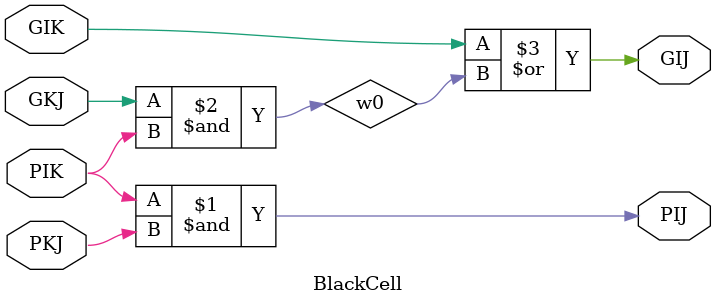
<source format=v>
module BlackCell(PIK, PKJ, GIK, GKJ, GIJ, PIJ);
    input PIK, PKJ, GIK, GKJ;
    output GIJ, PIJ;
    wire w0;
    and AND0(PIJ, PIK, PKJ);
    and AND1(w0, GKJ, PIK);
    or  OR0(GIJ, GIK, w0);

endmodule
</source>
